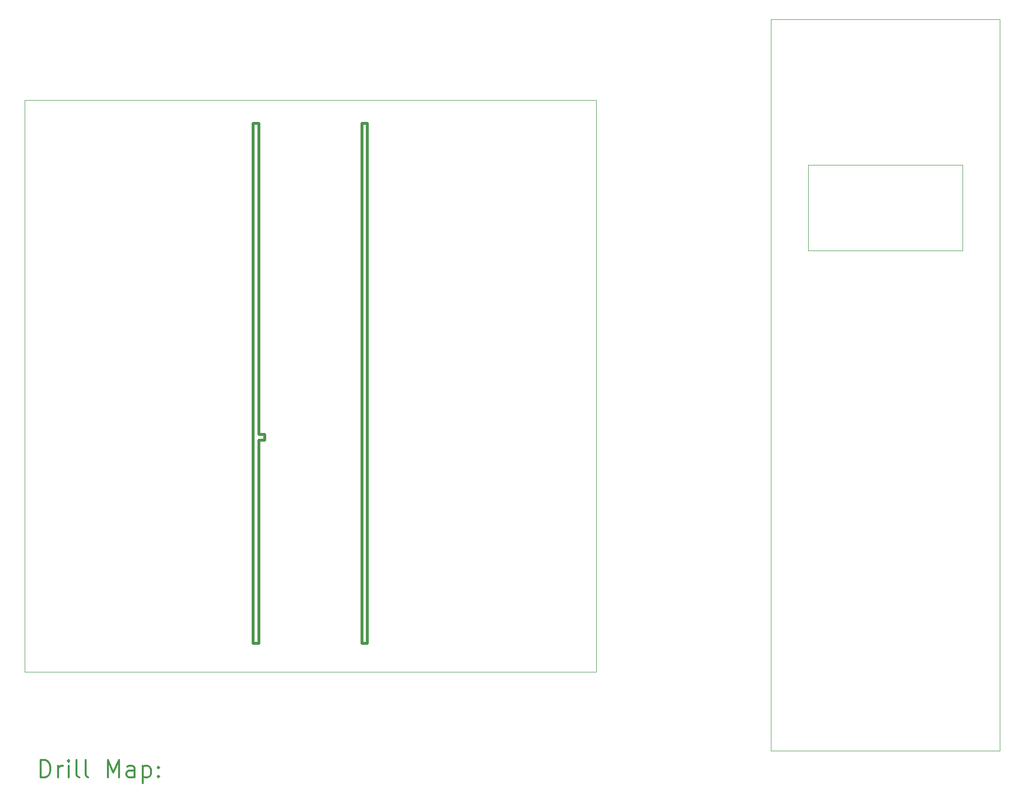
<source format=gbr>
%FSLAX45Y45*%
G04 Gerber Fmt 4.5, Leading zero omitted, Abs format (unit mm)*
G04 Created by KiCad (PCBNEW (5.1.9)-1) date 2021-05-20 23:06:35*
%MOMM*%
%LPD*%
G01*
G04 APERTURE LIST*
%TA.AperFunction,Profile*%
%ADD10C,0.500000*%
%TD*%
%TA.AperFunction,Profile*%
%ADD11C,0.050000*%
%TD*%
%ADD12C,0.200000*%
%ADD13C,0.300000*%
G04 APERTURE END LIST*
D10*
X14100000Y-14500000D02*
X14100000Y-10950000D01*
X14200000Y-10850000D02*
X14200000Y-10950000D01*
X14100000Y-10950000D02*
X14200000Y-10950000D01*
X14100000Y-10850000D02*
X14200000Y-10850000D01*
X14000000Y-14500000D02*
X14100000Y-14500000D01*
X14000000Y-5400000D02*
X14000000Y-14500000D01*
X14100000Y-5400000D02*
X14000000Y-5400000D01*
X14100000Y-10850000D02*
X14100000Y-5400000D01*
X15900000Y-14500000D02*
X16000000Y-14500000D01*
X15900000Y-5400000D02*
X15900000Y-14500000D01*
X16000000Y-5400000D02*
X15900000Y-5400000D01*
X16000000Y-14500000D02*
X16000000Y-5400000D01*
D11*
X20000000Y-5000000D02*
X10000000Y-5000000D01*
X20000000Y-15000000D02*
X10000000Y-15000000D01*
X10000000Y-15000000D02*
X10000000Y-5000000D01*
X20000000Y-15000000D02*
X20000000Y-5000000D01*
X23710000Y-7630000D02*
X23710000Y-6130000D01*
X26410000Y-7630000D02*
X23710000Y-7630000D01*
X26410000Y-6130000D02*
X26410000Y-7630000D01*
X23710000Y-6130000D02*
X26410000Y-6130000D01*
X27060000Y-3580000D02*
X27060000Y-16380000D01*
X23060000Y-3580000D02*
X27060000Y-3580000D01*
X27060000Y-16380000D02*
X23060000Y-16380000D01*
X23060000Y-16380000D02*
X23060000Y-3580000D01*
D12*
D13*
X10283928Y-16848214D02*
X10283928Y-16548214D01*
X10355357Y-16548214D01*
X10398214Y-16562500D01*
X10426786Y-16591071D01*
X10441071Y-16619643D01*
X10455357Y-16676786D01*
X10455357Y-16719643D01*
X10441071Y-16776786D01*
X10426786Y-16805357D01*
X10398214Y-16833929D01*
X10355357Y-16848214D01*
X10283928Y-16848214D01*
X10583928Y-16848214D02*
X10583928Y-16648214D01*
X10583928Y-16705357D02*
X10598214Y-16676786D01*
X10612500Y-16662500D01*
X10641071Y-16648214D01*
X10669643Y-16648214D01*
X10769643Y-16848214D02*
X10769643Y-16648214D01*
X10769643Y-16548214D02*
X10755357Y-16562500D01*
X10769643Y-16576786D01*
X10783928Y-16562500D01*
X10769643Y-16548214D01*
X10769643Y-16576786D01*
X10955357Y-16848214D02*
X10926786Y-16833929D01*
X10912500Y-16805357D01*
X10912500Y-16548214D01*
X11112500Y-16848214D02*
X11083928Y-16833929D01*
X11069643Y-16805357D01*
X11069643Y-16548214D01*
X11455357Y-16848214D02*
X11455357Y-16548214D01*
X11555357Y-16762500D01*
X11655357Y-16548214D01*
X11655357Y-16848214D01*
X11926786Y-16848214D02*
X11926786Y-16691071D01*
X11912500Y-16662500D01*
X11883928Y-16648214D01*
X11826786Y-16648214D01*
X11798214Y-16662500D01*
X11926786Y-16833929D02*
X11898214Y-16848214D01*
X11826786Y-16848214D01*
X11798214Y-16833929D01*
X11783928Y-16805357D01*
X11783928Y-16776786D01*
X11798214Y-16748214D01*
X11826786Y-16733929D01*
X11898214Y-16733929D01*
X11926786Y-16719643D01*
X12069643Y-16648214D02*
X12069643Y-16948214D01*
X12069643Y-16662500D02*
X12098214Y-16648214D01*
X12155357Y-16648214D01*
X12183928Y-16662500D01*
X12198214Y-16676786D01*
X12212500Y-16705357D01*
X12212500Y-16791072D01*
X12198214Y-16819643D01*
X12183928Y-16833929D01*
X12155357Y-16848214D01*
X12098214Y-16848214D01*
X12069643Y-16833929D01*
X12341071Y-16819643D02*
X12355357Y-16833929D01*
X12341071Y-16848214D01*
X12326786Y-16833929D01*
X12341071Y-16819643D01*
X12341071Y-16848214D01*
X12341071Y-16662500D02*
X12355357Y-16676786D01*
X12341071Y-16691071D01*
X12326786Y-16676786D01*
X12341071Y-16662500D01*
X12341071Y-16691071D01*
M02*

</source>
